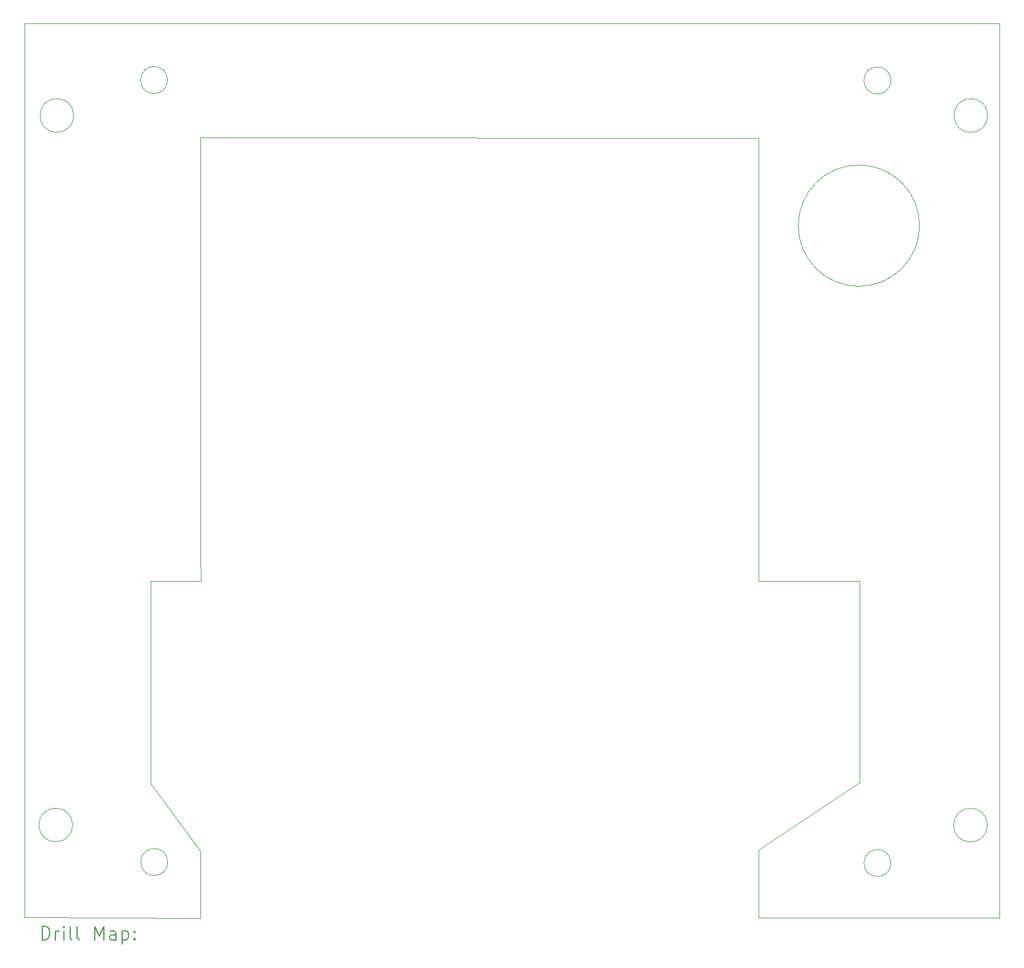
<source format=gbr>
%TF.GenerationSoftware,KiCad,Pcbnew,9.0.3*%
%TF.CreationDate,2025-07-25T01:46:42-06:00*%
%TF.ProjectId,ARC-210-Master-Board,4152432d-3231-4302-9d4d-61737465722d,rev?*%
%TF.SameCoordinates,Original*%
%TF.FileFunction,Drillmap*%
%TF.FilePolarity,Positive*%
%FSLAX45Y45*%
G04 Gerber Fmt 4.5, Leading zero omitted, Abs format (unit mm)*
G04 Created by KiCad (PCBNEW 9.0.3) date 2025-07-25 01:46:42*
%MOMM*%
%LPD*%
G01*
G04 APERTURE LIST*
%ADD10C,0.050000*%
%ADD11C,0.100000*%
%ADD12C,0.200000*%
G04 APERTURE END LIST*
D10*
X9901500Y-16067113D02*
X7295000Y-16044500D01*
X21756000Y-16054000D02*
X18181500Y-16057000D01*
X7295000Y-2787000D02*
X21756000Y-2786499D01*
X19678004Y-14047113D02*
X18181500Y-15048250D01*
X19678004Y-11057000D02*
X19678004Y-14047113D01*
X19194000Y-11057000D02*
X19678004Y-11057000D01*
X20145000Y-3634500D02*
G75*
G02*
X19745000Y-3634500I-200000J0D01*
G01*
X19745000Y-3634500D02*
G75*
G02*
X20145000Y-3634500I200000J0D01*
G01*
X8024000Y-4153000D02*
G75*
G02*
X7524000Y-4153000I-250000J0D01*
G01*
X7524000Y-4153000D02*
G75*
G02*
X8024000Y-4153000I250000J0D01*
G01*
X9166500Y-13187000D02*
X9166500Y-11057000D01*
X9166500Y-14064500D02*
X9902750Y-15065807D01*
X7295000Y-2787000D02*
X7295000Y-16044500D01*
X18181500Y-16057000D02*
X18181500Y-15048250D01*
D11*
X20571000Y-5787000D02*
G75*
G02*
X18771000Y-5787000I-900000J0D01*
G01*
X18771000Y-5787000D02*
G75*
G02*
X20571000Y-5787000I900000J0D01*
G01*
D10*
X21576000Y-14681000D02*
G75*
G02*
X21076000Y-14681000I-250000J0D01*
G01*
X21076000Y-14681000D02*
G75*
G02*
X21576000Y-14681000I250000J0D01*
G01*
X9906500Y-4479500D02*
X18186500Y-4487000D01*
X20146000Y-15243000D02*
G75*
G02*
X19746000Y-15243000I-200000J0D01*
G01*
X19746000Y-15243000D02*
G75*
G02*
X20146000Y-15243000I200000J0D01*
G01*
X21581000Y-4154000D02*
G75*
G02*
X21081000Y-4154000I-250000J0D01*
G01*
X21081000Y-4154000D02*
G75*
G02*
X21581000Y-4154000I250000J0D01*
G01*
X8008000Y-14678000D02*
G75*
G02*
X7508000Y-14678000I-250000J0D01*
G01*
X7508000Y-14678000D02*
G75*
G02*
X8008000Y-14678000I250000J0D01*
G01*
X9166500Y-13187000D02*
X9166500Y-14064500D01*
X9419000Y-15228000D02*
G75*
G02*
X9019000Y-15228000I-200000J0D01*
G01*
X9019000Y-15228000D02*
G75*
G02*
X9419000Y-15228000I200000J0D01*
G01*
X9901500Y-10667000D02*
X9906500Y-4479500D01*
X18181500Y-11062000D02*
X18181500Y-10667000D01*
X9907755Y-11057000D02*
X9901500Y-10667000D01*
X9907755Y-11057000D02*
X9166500Y-11057000D01*
X9416500Y-3627000D02*
G75*
G02*
X9016500Y-3627000I-200000J0D01*
G01*
X9016500Y-3627000D02*
G75*
G02*
X9416500Y-3627000I200000J0D01*
G01*
X21756000Y-2786499D02*
X21756000Y-16054000D01*
X9901500Y-16067113D02*
X9902750Y-15065807D01*
X18186500Y-4487000D02*
X18181500Y-10667000D01*
X19194000Y-11057000D02*
X18181500Y-11062000D01*
D12*
X7553277Y-16381097D02*
X7553277Y-16181097D01*
X7553277Y-16181097D02*
X7600896Y-16181097D01*
X7600896Y-16181097D02*
X7629467Y-16190621D01*
X7629467Y-16190621D02*
X7648515Y-16209669D01*
X7648515Y-16209669D02*
X7658039Y-16228716D01*
X7658039Y-16228716D02*
X7667562Y-16266811D01*
X7667562Y-16266811D02*
X7667562Y-16295383D01*
X7667562Y-16295383D02*
X7658039Y-16333478D01*
X7658039Y-16333478D02*
X7648515Y-16352526D01*
X7648515Y-16352526D02*
X7629467Y-16371573D01*
X7629467Y-16371573D02*
X7600896Y-16381097D01*
X7600896Y-16381097D02*
X7553277Y-16381097D01*
X7753277Y-16381097D02*
X7753277Y-16247764D01*
X7753277Y-16285859D02*
X7762801Y-16266811D01*
X7762801Y-16266811D02*
X7772324Y-16257288D01*
X7772324Y-16257288D02*
X7791372Y-16247764D01*
X7791372Y-16247764D02*
X7810420Y-16247764D01*
X7877086Y-16381097D02*
X7877086Y-16247764D01*
X7877086Y-16181097D02*
X7867562Y-16190621D01*
X7867562Y-16190621D02*
X7877086Y-16200145D01*
X7877086Y-16200145D02*
X7886610Y-16190621D01*
X7886610Y-16190621D02*
X7877086Y-16181097D01*
X7877086Y-16181097D02*
X7877086Y-16200145D01*
X8000896Y-16381097D02*
X7981848Y-16371573D01*
X7981848Y-16371573D02*
X7972324Y-16352526D01*
X7972324Y-16352526D02*
X7972324Y-16181097D01*
X8105658Y-16381097D02*
X8086610Y-16371573D01*
X8086610Y-16371573D02*
X8077086Y-16352526D01*
X8077086Y-16352526D02*
X8077086Y-16181097D01*
X8334229Y-16381097D02*
X8334229Y-16181097D01*
X8334229Y-16181097D02*
X8400896Y-16323954D01*
X8400896Y-16323954D02*
X8467563Y-16181097D01*
X8467563Y-16181097D02*
X8467563Y-16381097D01*
X8648515Y-16381097D02*
X8648515Y-16276335D01*
X8648515Y-16276335D02*
X8638991Y-16257288D01*
X8638991Y-16257288D02*
X8619944Y-16247764D01*
X8619944Y-16247764D02*
X8581848Y-16247764D01*
X8581848Y-16247764D02*
X8562801Y-16257288D01*
X8648515Y-16371573D02*
X8629467Y-16381097D01*
X8629467Y-16381097D02*
X8581848Y-16381097D01*
X8581848Y-16381097D02*
X8562801Y-16371573D01*
X8562801Y-16371573D02*
X8553277Y-16352526D01*
X8553277Y-16352526D02*
X8553277Y-16333478D01*
X8553277Y-16333478D02*
X8562801Y-16314430D01*
X8562801Y-16314430D02*
X8581848Y-16304907D01*
X8581848Y-16304907D02*
X8629467Y-16304907D01*
X8629467Y-16304907D02*
X8648515Y-16295383D01*
X8743753Y-16247764D02*
X8743753Y-16447764D01*
X8743753Y-16257288D02*
X8762801Y-16247764D01*
X8762801Y-16247764D02*
X8800896Y-16247764D01*
X8800896Y-16247764D02*
X8819944Y-16257288D01*
X8819944Y-16257288D02*
X8829467Y-16266811D01*
X8829467Y-16266811D02*
X8838991Y-16285859D01*
X8838991Y-16285859D02*
X8838991Y-16343002D01*
X8838991Y-16343002D02*
X8829467Y-16362049D01*
X8829467Y-16362049D02*
X8819944Y-16371573D01*
X8819944Y-16371573D02*
X8800896Y-16381097D01*
X8800896Y-16381097D02*
X8762801Y-16381097D01*
X8762801Y-16381097D02*
X8743753Y-16371573D01*
X8924705Y-16362049D02*
X8934229Y-16371573D01*
X8934229Y-16371573D02*
X8924705Y-16381097D01*
X8924705Y-16381097D02*
X8915182Y-16371573D01*
X8915182Y-16371573D02*
X8924705Y-16362049D01*
X8924705Y-16362049D02*
X8924705Y-16381097D01*
X8924705Y-16257288D02*
X8934229Y-16266811D01*
X8934229Y-16266811D02*
X8924705Y-16276335D01*
X8924705Y-16276335D02*
X8915182Y-16266811D01*
X8915182Y-16266811D02*
X8924705Y-16257288D01*
X8924705Y-16257288D02*
X8924705Y-16276335D01*
M02*

</source>
